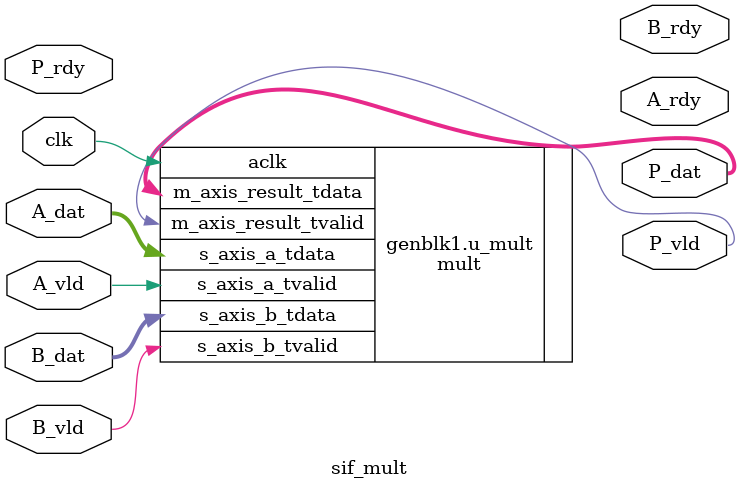
<source format=sv>
`timescale 1ns / 1ps


module sif_mult
	#(
		parameter WIDTH = 32,
    parameter FIXED_POINT = 0
  )
  (
    input                       clk,
    input                       A_vld,
    input   [WIDTH-1:0]       A_dat,
    output                      A_rdy,
    input                       B_vld,
    input   [WIDTH-1:0]       B_dat,
    output                      B_rdy,
    output                      P_vld,
    output  [WIDTH-1:0]       P_dat,
    input                       P_rdy
  );
  wire  [2*WIDTH-1:0]       raw_P_dat;
  generate
    if((WIDTH == 32) && (FIXED_POINT != 1))  
    begin
      mult u_mult (
        .aclk(clk),                                  // input wire aclk
        .s_axis_a_tvalid(A_vld),            // input wire s_axis_a_tvalid
        //.s_axis_a_tready(A_rdy),            // output wire s_axis_a_tready
        .s_axis_a_tdata(A_dat),              // input wire [31 : 0] s_axis_a_tdata
        .s_axis_b_tvalid(B_vld),            // input wire s_axis_b_tvalid
        //.s_axis_b_tready(B_rdy),            // output wire s_axis_b_tready
        .s_axis_b_tdata(B_dat),              // input wire [31 : 0] s_axis_b_tdata
        .m_axis_result_tvalid(P_vld),  // output wire m_axis_result_tvalid
        //.m_axis_result_tready(P_rdy),  // input wire m_axis_result_tready
        .m_axis_result_tdata(P_dat)    // output wire [31 : 0] m_axis_result_tdata
      );     
    end
    else if((WIDTH == 16) && (FIXED_POINT != 1))  
    begin
      mult_fp16 u_mult_fp16 (
        .aclk(clk),                                  // input wire aclk
        .s_axis_a_tvalid(A_vld),            // input wire s_axis_a_tvalid
        //.s_axis_a_tready(A_rdy),            // output wire s_axis_a_tready
        .s_axis_a_tdata(A_dat),              // input wire [31 : 0] s_axis_a_tdata
        .s_axis_b_tvalid(B_vld),            // input wire s_axis_b_tvalid
        //.s_axis_b_tready(B_rdy),            // output wire s_axis_b_tready
        .s_axis_b_tdata(B_dat),              // input wire [31 : 0] s_axis_b_tdata
        .m_axis_result_tvalid(P_vld),  // output wire m_axis_result_tvalid
        //.m_axis_result_tready(P_rdy),  // input wire m_axis_result_tready
        .m_axis_result_tdata(P_dat)    // output wire [31 : 0] m_axis_result_tdata
      );     
    end
    else if((WIDTH == 32) && (FIXED_POINT == 1))  
    begin
      mult_fixed32 u_mult_fixed32 (
        .A(A_dat),      // input wire [31 : 0] A
        .B(B_dat),      // input wire [31 : 0] B
        .CLK(clk),  // input wire CLK
        .P(raw_P_dat)      // output wire [63 : 0] S
      );     
      assign P_dat = {raw_P_dat[2*WIDTH-1], raw_P_dat[48:18]}; // sign bit + 31 bits

      reg P_vld_r;
      always @(posedge clk) begin
        P_vld_r <= A_vld && B_vld;
      end
      assign P_vld = P_vld_r;

    end
    else if((WIDTH == 16) && (FIXED_POINT == 1))  
    begin
      mult_fixed16 u_mult_fixed16 (
        .A(A_dat),      // input wire [15 : 0] A
        .B(B_dat),      // input wire [15 : 0] B
        .CLK(clk),  // input wire CLK
        .P(raw_P_dat)      // output wire [31 : 0] S
      );
      assign P_dat = {raw_P_dat[2*WIDTH-1], raw_P_dat[22:8]}; // sign bit + 15 bits


      reg P_vld_r;
      always @(posedge clk) begin
        P_vld_r <= A_vld && B_vld;
      end
      assign P_vld = P_vld_r;
      
    end
  endgenerate 

endmodule
</source>
